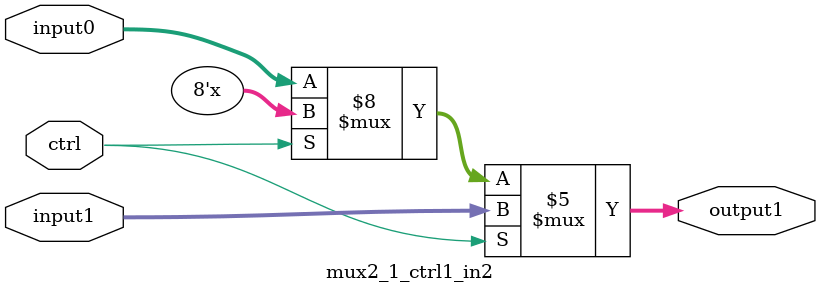
<source format=v>
`timescale 1ns / 1ns

module mux2_1_ctrl1_in2(output1, input0, input1, ctrl);

//-------------Input Ports-----------------------------
input wire ctrl;		
input wire [7:0] input0;	//input at 0
input wire [7:0] input1;	//unput at 1

//-------------Output Ports----------------------------

output reg [7:0] output1; 	

//------------------Instructions-----------------------
always @*
	begin
		if (ctrl == 1'b0)
			output1 = input0;
		if (ctrl == 1'b1)
			output1 = input1;
	end
endmodule

</source>
